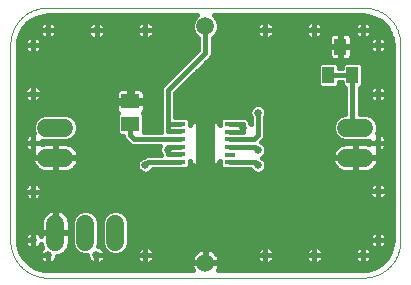
<source format=gtl>
G75*
%MOIN*%
%OFA0B0*%
%FSLAX25Y25*%
%IPPOS*%
%LPD*%
%AMOC8*
5,1,8,0,0,1.08239X$1,22.5*
%
%ADD10C,0.00394*%
%ADD11C,0.00400*%
%ADD12C,0.05906*%
%ADD13R,0.03543X0.01575*%
%ADD14R,0.06299X0.11417*%
%ADD15C,0.02362*%
%ADD16R,0.05906X0.05118*%
%ADD17C,0.06000*%
%ADD18R,0.03937X0.05512*%
%ADD19C,0.02559*%
%ADD20C,0.01600*%
%ADD21C,0.06300*%
D10*
X0014300Y0023933D02*
X0014001Y0023931D01*
X0013702Y0023936D01*
X0013403Y0023949D01*
X0013105Y0023969D01*
X0012807Y0023996D01*
X0012510Y0024030D01*
X0012214Y0024072D01*
X0011919Y0024121D01*
X0011625Y0024177D01*
X0011333Y0024240D01*
X0011042Y0024310D01*
X0010753Y0024388D01*
X0010466Y0024472D01*
X0010181Y0024563D01*
X0009899Y0024661D01*
X0009619Y0024766D01*
X0009342Y0024878D01*
X0009067Y0024997D01*
X0008796Y0025122D01*
X0008527Y0025254D01*
X0008262Y0025392D01*
X0008000Y0025537D01*
X0007742Y0025688D01*
X0007488Y0025845D01*
X0007237Y0026009D01*
X0006991Y0026178D01*
X0006749Y0026353D01*
X0006511Y0026535D01*
X0006278Y0026722D01*
X0006049Y0026914D01*
X0005825Y0027113D01*
X0005606Y0027316D01*
X0005392Y0027525D01*
X0005183Y0027739D01*
X0004980Y0027958D01*
X0004781Y0028182D01*
X0004589Y0028411D01*
X0004402Y0028644D01*
X0004220Y0028882D01*
X0004045Y0029124D01*
X0003876Y0029370D01*
X0003712Y0029621D01*
X0003555Y0029875D01*
X0003404Y0030133D01*
X0003259Y0030395D01*
X0003121Y0030660D01*
X0002989Y0030929D01*
X0002864Y0031200D01*
X0002745Y0031475D01*
X0002633Y0031752D01*
X0002528Y0032032D01*
X0002430Y0032314D01*
X0002339Y0032599D01*
X0002255Y0032886D01*
X0002177Y0033175D01*
X0002107Y0033466D01*
X0002044Y0033758D01*
X0001988Y0034052D01*
X0001939Y0034347D01*
X0001897Y0034643D01*
X0001863Y0034940D01*
X0001836Y0035238D01*
X0001816Y0035536D01*
X0001803Y0035835D01*
X0001798Y0036134D01*
X0001800Y0036433D01*
X0001800Y0101433D02*
X0001798Y0101732D01*
X0001803Y0102031D01*
X0001816Y0102330D01*
X0001836Y0102628D01*
X0001863Y0102926D01*
X0001897Y0103223D01*
X0001939Y0103519D01*
X0001988Y0103814D01*
X0002044Y0104108D01*
X0002107Y0104400D01*
X0002177Y0104691D01*
X0002255Y0104980D01*
X0002339Y0105267D01*
X0002430Y0105552D01*
X0002528Y0105834D01*
X0002633Y0106114D01*
X0002745Y0106391D01*
X0002864Y0106666D01*
X0002989Y0106937D01*
X0003121Y0107206D01*
X0003259Y0107471D01*
X0003404Y0107733D01*
X0003555Y0107991D01*
X0003712Y0108245D01*
X0003876Y0108496D01*
X0004045Y0108742D01*
X0004220Y0108984D01*
X0004402Y0109222D01*
X0004589Y0109455D01*
X0004781Y0109684D01*
X0004980Y0109908D01*
X0005183Y0110127D01*
X0005392Y0110341D01*
X0005606Y0110550D01*
X0005825Y0110753D01*
X0006049Y0110952D01*
X0006278Y0111144D01*
X0006511Y0111331D01*
X0006749Y0111513D01*
X0006991Y0111688D01*
X0007237Y0111857D01*
X0007488Y0112021D01*
X0007742Y0112178D01*
X0008000Y0112329D01*
X0008262Y0112474D01*
X0008527Y0112612D01*
X0008796Y0112744D01*
X0009067Y0112869D01*
X0009342Y0112988D01*
X0009619Y0113100D01*
X0009899Y0113205D01*
X0010181Y0113303D01*
X0010466Y0113394D01*
X0010753Y0113478D01*
X0011042Y0113556D01*
X0011333Y0113626D01*
X0011625Y0113689D01*
X0011919Y0113745D01*
X0012214Y0113794D01*
X0012510Y0113836D01*
X0012807Y0113870D01*
X0013105Y0113897D01*
X0013403Y0113917D01*
X0013702Y0113930D01*
X0014001Y0113935D01*
X0014300Y0113933D01*
X0119300Y0113933D02*
X0119599Y0113935D01*
X0119898Y0113930D01*
X0120197Y0113917D01*
X0120495Y0113897D01*
X0120793Y0113870D01*
X0121090Y0113836D01*
X0121386Y0113794D01*
X0121681Y0113745D01*
X0121975Y0113689D01*
X0122267Y0113626D01*
X0122558Y0113556D01*
X0122847Y0113478D01*
X0123134Y0113394D01*
X0123419Y0113303D01*
X0123701Y0113205D01*
X0123981Y0113100D01*
X0124258Y0112988D01*
X0124533Y0112869D01*
X0124804Y0112744D01*
X0125073Y0112612D01*
X0125338Y0112474D01*
X0125600Y0112329D01*
X0125858Y0112178D01*
X0126112Y0112021D01*
X0126363Y0111857D01*
X0126609Y0111688D01*
X0126851Y0111513D01*
X0127089Y0111331D01*
X0127322Y0111144D01*
X0127551Y0110952D01*
X0127775Y0110753D01*
X0127994Y0110550D01*
X0128208Y0110341D01*
X0128417Y0110127D01*
X0128620Y0109908D01*
X0128819Y0109684D01*
X0129011Y0109455D01*
X0129198Y0109222D01*
X0129380Y0108984D01*
X0129555Y0108742D01*
X0129724Y0108496D01*
X0129888Y0108245D01*
X0130045Y0107991D01*
X0130196Y0107733D01*
X0130341Y0107471D01*
X0130479Y0107206D01*
X0130611Y0106937D01*
X0130736Y0106666D01*
X0130855Y0106391D01*
X0130967Y0106114D01*
X0131072Y0105834D01*
X0131170Y0105552D01*
X0131261Y0105267D01*
X0131345Y0104980D01*
X0131423Y0104691D01*
X0131493Y0104400D01*
X0131556Y0104108D01*
X0131612Y0103814D01*
X0131661Y0103519D01*
X0131703Y0103223D01*
X0131737Y0102926D01*
X0131764Y0102628D01*
X0131784Y0102330D01*
X0131797Y0102031D01*
X0131802Y0101732D01*
X0131800Y0101433D01*
X0131800Y0036433D02*
X0131802Y0036134D01*
X0131797Y0035835D01*
X0131784Y0035536D01*
X0131764Y0035238D01*
X0131737Y0034940D01*
X0131703Y0034643D01*
X0131661Y0034347D01*
X0131612Y0034052D01*
X0131556Y0033758D01*
X0131493Y0033466D01*
X0131423Y0033175D01*
X0131345Y0032886D01*
X0131261Y0032599D01*
X0131170Y0032314D01*
X0131072Y0032032D01*
X0130967Y0031752D01*
X0130855Y0031475D01*
X0130736Y0031200D01*
X0130611Y0030929D01*
X0130479Y0030660D01*
X0130341Y0030395D01*
X0130196Y0030133D01*
X0130045Y0029875D01*
X0129888Y0029621D01*
X0129724Y0029370D01*
X0129555Y0029124D01*
X0129380Y0028882D01*
X0129198Y0028644D01*
X0129011Y0028411D01*
X0128819Y0028182D01*
X0128620Y0027958D01*
X0128417Y0027739D01*
X0128208Y0027525D01*
X0127994Y0027316D01*
X0127775Y0027113D01*
X0127551Y0026914D01*
X0127322Y0026722D01*
X0127089Y0026535D01*
X0126851Y0026353D01*
X0126609Y0026178D01*
X0126363Y0026009D01*
X0126112Y0025845D01*
X0125858Y0025688D01*
X0125600Y0025537D01*
X0125338Y0025392D01*
X0125073Y0025254D01*
X0124804Y0025122D01*
X0124533Y0024997D01*
X0124258Y0024878D01*
X0123981Y0024766D01*
X0123701Y0024661D01*
X0123419Y0024563D01*
X0123134Y0024472D01*
X0122847Y0024388D01*
X0122558Y0024310D01*
X0122267Y0024240D01*
X0121975Y0024177D01*
X0121681Y0024121D01*
X0121386Y0024072D01*
X0121090Y0024030D01*
X0120793Y0023996D01*
X0120495Y0023969D01*
X0120197Y0023949D01*
X0119898Y0023936D01*
X0119599Y0023931D01*
X0119300Y0023933D01*
D11*
X0014300Y0023933D01*
X0001800Y0036433D02*
X0001800Y0101433D01*
X0014300Y0113933D02*
X0119300Y0113933D01*
X0131800Y0101433D02*
X0131800Y0036433D01*
D12*
X0066800Y0028933D03*
X0066800Y0107673D03*
D13*
X0058335Y0075232D03*
X0058335Y0072673D03*
X0058335Y0070114D03*
X0058335Y0067555D03*
X0058335Y0064996D03*
X0058335Y0062437D03*
X0074871Y0062398D03*
X0074871Y0064957D03*
X0074871Y0067516D03*
X0074871Y0070075D03*
X0074871Y0072634D03*
X0074871Y0075193D03*
D14*
X0066603Y0068736D03*
D15*
X0066800Y0065980D03*
X0066800Y0071886D03*
D16*
X0041800Y0075193D03*
X0041800Y0082673D03*
D17*
X0019800Y0073933D02*
X0013800Y0073933D01*
X0013800Y0063933D02*
X0019800Y0063933D01*
X0016800Y0041933D02*
X0016800Y0035933D01*
X0026800Y0035933D02*
X0026800Y0041933D01*
X0036800Y0041933D02*
X0036800Y0035933D01*
X0113800Y0063933D02*
X0119800Y0063933D01*
X0119800Y0073933D02*
X0113800Y0073933D01*
D18*
X0115800Y0091465D03*
X0107800Y0091465D03*
X0111800Y0100965D03*
D19*
X0119300Y0106433D03*
X0124300Y0101433D03*
X0102922Y0106433D03*
X0086800Y0106433D03*
X0084300Y0078933D03*
X0079300Y0073933D03*
X0084300Y0066433D03*
X0084300Y0061433D03*
X0054300Y0066433D03*
X0046800Y0061433D03*
X0009300Y0068933D03*
X0009300Y0052614D03*
X0009300Y0036433D03*
X0014300Y0031433D03*
X0030481Y0031433D03*
X0046800Y0031433D03*
X0086800Y0031433D03*
X0103119Y0031433D03*
X0119300Y0031433D03*
X0124300Y0036433D03*
X0124300Y0052752D03*
X0124300Y0068933D03*
X0124300Y0085114D03*
X0046800Y0106433D03*
X0030540Y0106335D03*
X0014300Y0106433D03*
X0009300Y0101433D03*
X0009300Y0085252D03*
D20*
X0009300Y0085252D01*
X0009300Y0088331D01*
X0009603Y0088331D01*
X0010198Y0088213D01*
X0010759Y0087981D01*
X0011263Y0087644D01*
X0011692Y0087215D01*
X0012029Y0086711D01*
X0012261Y0086150D01*
X0012380Y0085555D01*
X0012380Y0085252D01*
X0009300Y0085252D01*
X0009300Y0088331D01*
X0008997Y0088331D01*
X0008402Y0088213D01*
X0007841Y0087981D01*
X0007337Y0087644D01*
X0006908Y0087215D01*
X0006571Y0086711D01*
X0006339Y0086150D01*
X0006220Y0085555D01*
X0006220Y0085252D01*
X0009300Y0085252D01*
X0009300Y0085252D01*
X0009300Y0085252D01*
X0012380Y0085252D01*
X0012380Y0084949D01*
X0012261Y0084354D01*
X0012029Y0083793D01*
X0011692Y0083289D01*
X0011263Y0082860D01*
X0010759Y0082523D01*
X0010198Y0082291D01*
X0009603Y0082172D01*
X0009300Y0082172D01*
X0009300Y0085252D01*
X0009300Y0085252D01*
X0006220Y0085252D01*
X0006220Y0084949D01*
X0006339Y0084354D01*
X0006571Y0083793D01*
X0006908Y0083289D01*
X0007337Y0082860D01*
X0007841Y0082523D01*
X0008402Y0082291D01*
X0008997Y0082172D01*
X0009300Y0082172D01*
X0009300Y0085252D01*
X0009300Y0084677D02*
X0009300Y0084677D01*
X0009300Y0086275D02*
X0009300Y0086275D01*
X0009300Y0087874D02*
X0009300Y0087874D01*
X0007680Y0087874D02*
X0004400Y0087874D01*
X0004400Y0086275D02*
X0006391Y0086275D01*
X0006275Y0084677D02*
X0004400Y0084677D01*
X0004400Y0083078D02*
X0007119Y0083078D01*
X0009300Y0083078D02*
X0009300Y0083078D01*
X0011481Y0083078D02*
X0041320Y0083078D01*
X0041320Y0083153D02*
X0041320Y0082194D01*
X0037047Y0082194D01*
X0037047Y0079877D01*
X0037170Y0079419D01*
X0037407Y0079009D01*
X0037633Y0078783D01*
X0037260Y0078409D01*
X0037260Y0071976D01*
X0038190Y0071046D01*
X0039413Y0071046D01*
X0039413Y0070444D01*
X0040731Y0069125D01*
X0042130Y0067727D01*
X0051733Y0067727D01*
X0051433Y0067003D01*
X0051433Y0065863D01*
X0051863Y0064824D01*
X0046815Y0064824D01*
X0046291Y0064300D01*
X0046230Y0064300D01*
X0045176Y0063864D01*
X0044370Y0063057D01*
X0043933Y0062003D01*
X0043933Y0060863D01*
X0044370Y0059809D01*
X0045176Y0059003D01*
X0046230Y0058566D01*
X0047370Y0058566D01*
X0048424Y0059003D01*
X0049230Y0059809D01*
X0049330Y0060050D01*
X0059324Y0060050D01*
X0059337Y0060062D01*
X0060765Y0060062D01*
X0061694Y0060992D01*
X0061694Y0062638D01*
X0061776Y0062333D01*
X0062013Y0061922D01*
X0062348Y0061587D01*
X0062759Y0061350D01*
X0063217Y0061228D01*
X0065828Y0061228D01*
X0065828Y0067961D01*
X0067378Y0067961D01*
X0067378Y0061228D01*
X0069990Y0061228D01*
X0070448Y0061350D01*
X0070858Y0061587D01*
X0071193Y0061922D01*
X0071430Y0062333D01*
X0071512Y0062638D01*
X0071512Y0060953D01*
X0072442Y0060023D01*
X0073869Y0060023D01*
X0073882Y0060010D01*
X0081786Y0060010D01*
X0081870Y0059809D01*
X0082676Y0059003D01*
X0083730Y0058566D01*
X0084870Y0058566D01*
X0085924Y0059003D01*
X0086730Y0059809D01*
X0087167Y0060863D01*
X0087167Y0062003D01*
X0086730Y0063057D01*
X0085924Y0063864D01*
X0085756Y0063933D01*
X0085924Y0064003D01*
X0086730Y0064809D01*
X0087167Y0065863D01*
X0087167Y0067003D01*
X0086730Y0068057D01*
X0085924Y0068864D01*
X0085346Y0069103D01*
X0086687Y0070444D01*
X0086687Y0077266D01*
X0086730Y0077309D01*
X0087167Y0078363D01*
X0087167Y0079503D01*
X0086730Y0080557D01*
X0085924Y0081364D01*
X0084870Y0081800D01*
X0083730Y0081800D01*
X0082676Y0081364D01*
X0081870Y0080557D01*
X0081433Y0079503D01*
X0081433Y0078363D01*
X0081870Y0077309D01*
X0081913Y0077266D01*
X0081913Y0075117D01*
X0081730Y0075557D01*
X0081687Y0075600D01*
X0081687Y0076182D01*
X0080289Y0077580D01*
X0073882Y0077580D01*
X0073869Y0077568D01*
X0072442Y0077568D01*
X0071512Y0076638D01*
X0071512Y0074835D01*
X0071430Y0075140D01*
X0071193Y0075550D01*
X0070858Y0075885D01*
X0070448Y0076122D01*
X0069990Y0076245D01*
X0067378Y0076245D01*
X0067378Y0069511D01*
X0065828Y0069511D01*
X0065828Y0076245D01*
X0063217Y0076245D01*
X0062759Y0076122D01*
X0062348Y0075885D01*
X0062013Y0075550D01*
X0061776Y0075140D01*
X0061694Y0074835D01*
X0061694Y0076677D01*
X0060765Y0077607D01*
X0059337Y0077607D01*
X0059324Y0077620D01*
X0056687Y0077620D01*
X0056687Y0085444D01*
X0069187Y0097944D01*
X0069187Y0103748D01*
X0069372Y0103824D01*
X0070649Y0105101D01*
X0071340Y0106770D01*
X0071340Y0108576D01*
X0070649Y0110245D01*
X0069561Y0111333D01*
X0118817Y0111333D01*
X0118832Y0111327D01*
X0119157Y0111333D01*
X0119424Y0111333D01*
X0120643Y0111274D01*
X0123149Y0110636D01*
X0125396Y0109358D01*
X0127225Y0107529D01*
X0128503Y0105282D01*
X0129141Y0102776D01*
X0129200Y0101557D01*
X0129200Y0101290D01*
X0129194Y0100965D01*
X0129200Y0100950D01*
X0129200Y0036916D01*
X0129194Y0036901D01*
X0129200Y0036576D01*
X0129200Y0036310D01*
X0129141Y0035090D01*
X0128503Y0032584D01*
X0127225Y0030337D01*
X0125396Y0028509D01*
X0123149Y0027230D01*
X0120643Y0026592D01*
X0119424Y0026533D01*
X0119157Y0026533D01*
X0118832Y0026539D01*
X0118817Y0026533D01*
X0070911Y0026533D01*
X0071205Y0027109D01*
X0071436Y0027820D01*
X0071553Y0028559D01*
X0071553Y0028749D01*
X0066984Y0028749D01*
X0066984Y0029117D01*
X0071553Y0029117D01*
X0071553Y0029307D01*
X0071436Y0030046D01*
X0071205Y0030757D01*
X0070865Y0031424D01*
X0070425Y0032029D01*
X0069896Y0032558D01*
X0069291Y0032998D01*
X0068624Y0033338D01*
X0067913Y0033569D01*
X0067174Y0033686D01*
X0066984Y0033686D01*
X0066984Y0029117D01*
X0066616Y0029117D01*
X0066616Y0028749D01*
X0062047Y0028749D01*
X0062047Y0028559D01*
X0062164Y0027820D01*
X0062395Y0027109D01*
X0062689Y0026533D01*
X0014783Y0026533D01*
X0014768Y0026539D01*
X0014443Y0026533D01*
X0014176Y0026533D01*
X0012957Y0026592D01*
X0010451Y0027230D01*
X0008204Y0028509D01*
X0006375Y0030337D01*
X0005097Y0032584D01*
X0004459Y0035090D01*
X0004400Y0036310D01*
X0004400Y0036576D01*
X0004406Y0036901D01*
X0004400Y0036916D01*
X0004400Y0100950D01*
X0004406Y0100965D01*
X0004400Y0101290D01*
X0004400Y0101557D01*
X0004459Y0102776D01*
X0005097Y0105282D01*
X0006375Y0107529D01*
X0008204Y0109358D01*
X0010451Y0110636D01*
X0012957Y0111274D01*
X0014176Y0111333D01*
X0014443Y0111333D01*
X0014768Y0111327D01*
X0014783Y0111333D01*
X0064039Y0111333D01*
X0062951Y0110245D01*
X0062260Y0108576D01*
X0062260Y0106770D01*
X0062951Y0105101D01*
X0064228Y0103824D01*
X0064413Y0103748D01*
X0064413Y0099922D01*
X0051913Y0087422D01*
X0051913Y0072502D01*
X0046340Y0072502D01*
X0046340Y0078409D01*
X0045967Y0078783D01*
X0046193Y0079009D01*
X0046430Y0079419D01*
X0046553Y0079877D01*
X0046553Y0082194D01*
X0042280Y0082194D01*
X0042280Y0083153D01*
X0046553Y0083153D01*
X0046553Y0085469D01*
X0046430Y0085927D01*
X0046193Y0086337D01*
X0045858Y0086673D01*
X0045448Y0086910D01*
X0044990Y0087032D01*
X0042280Y0087032D01*
X0042280Y0083153D01*
X0041320Y0083153D01*
X0037047Y0083153D01*
X0037047Y0085469D01*
X0037170Y0085927D01*
X0037407Y0086337D01*
X0037742Y0086673D01*
X0038152Y0086910D01*
X0038610Y0087032D01*
X0041320Y0087032D01*
X0041320Y0083153D01*
X0042280Y0083078D02*
X0051913Y0083078D01*
X0051913Y0081479D02*
X0046553Y0081479D01*
X0046553Y0079881D02*
X0051913Y0079881D01*
X0051913Y0078282D02*
X0046340Y0078282D01*
X0046340Y0076684D02*
X0051913Y0076684D01*
X0051913Y0075085D02*
X0046340Y0075085D01*
X0046340Y0073487D02*
X0051913Y0073487D01*
X0054300Y0072673D02*
X0054300Y0075232D01*
X0054300Y0086433D01*
X0066800Y0098933D01*
X0066800Y0107673D01*
X0062804Y0105457D02*
X0049729Y0105457D01*
X0049761Y0105535D02*
X0049880Y0106130D01*
X0049880Y0106433D01*
X0046800Y0106433D01*
X0046800Y0103354D01*
X0047103Y0103354D01*
X0047698Y0103472D01*
X0048259Y0103704D01*
X0048763Y0104041D01*
X0049192Y0104470D01*
X0049529Y0104974D01*
X0049761Y0105535D01*
X0049880Y0106433D02*
X0049880Y0106736D01*
X0049761Y0107331D01*
X0049529Y0107892D01*
X0049192Y0108396D01*
X0048763Y0108825D01*
X0048259Y0109162D01*
X0047698Y0109394D01*
X0047103Y0109513D01*
X0046800Y0109513D01*
X0046497Y0109513D01*
X0045902Y0109394D01*
X0045341Y0109162D01*
X0044837Y0108825D01*
X0044408Y0108396D01*
X0044071Y0107892D01*
X0043839Y0107331D01*
X0043720Y0106736D01*
X0043720Y0106433D01*
X0043720Y0106130D01*
X0043839Y0105535D01*
X0044071Y0104974D01*
X0044408Y0104470D01*
X0044837Y0104041D01*
X0045341Y0103704D01*
X0045902Y0103472D01*
X0046497Y0103354D01*
X0046800Y0103354D01*
X0046800Y0106433D01*
X0046800Y0106433D01*
X0046800Y0106433D01*
X0043720Y0106433D01*
X0046800Y0106433D01*
X0046800Y0106433D01*
X0049880Y0106433D01*
X0049816Y0107056D02*
X0062260Y0107056D01*
X0062292Y0108654D02*
X0048934Y0108654D01*
X0046800Y0108654D02*
X0046800Y0108654D01*
X0046800Y0109513D02*
X0046800Y0106433D01*
X0046800Y0106433D01*
X0046800Y0109513D01*
X0044666Y0108654D02*
X0032576Y0108654D01*
X0032503Y0108727D02*
X0031999Y0109064D01*
X0031438Y0109296D01*
X0030843Y0109414D01*
X0030540Y0109414D01*
X0030237Y0109414D01*
X0029642Y0109296D01*
X0029081Y0109064D01*
X0028577Y0108727D01*
X0028148Y0108298D01*
X0027811Y0107793D01*
X0027579Y0107233D01*
X0027461Y0106638D01*
X0027461Y0106335D01*
X0030540Y0106335D01*
X0030540Y0109414D01*
X0030540Y0106335D01*
X0030540Y0106335D01*
X0030540Y0106335D01*
X0033620Y0106335D01*
X0033620Y0106638D01*
X0033501Y0107233D01*
X0033269Y0107793D01*
X0032932Y0108298D01*
X0032503Y0108727D01*
X0030540Y0108654D02*
X0030540Y0108654D01*
X0030540Y0107056D02*
X0030540Y0107056D01*
X0030540Y0106335D02*
X0030540Y0106335D01*
X0027461Y0106335D01*
X0027461Y0106031D01*
X0027579Y0105436D01*
X0027811Y0104876D01*
X0028148Y0104372D01*
X0028577Y0103943D01*
X0029081Y0103606D01*
X0029642Y0103373D01*
X0030237Y0103255D01*
X0030540Y0103255D01*
X0030540Y0106335D01*
X0030540Y0106335D01*
X0033620Y0106335D01*
X0033620Y0106031D01*
X0033501Y0105436D01*
X0033269Y0104876D01*
X0032932Y0104372D01*
X0032503Y0103943D01*
X0031999Y0103606D01*
X0031438Y0103373D01*
X0030843Y0103255D01*
X0030540Y0103255D01*
X0030540Y0106335D01*
X0030540Y0105457D02*
X0030540Y0105457D01*
X0030540Y0103859D02*
X0030540Y0103859D01*
X0028703Y0103859D02*
X0015990Y0103859D01*
X0015759Y0103704D02*
X0016263Y0104041D01*
X0016692Y0104470D01*
X0017029Y0104974D01*
X0017261Y0105535D01*
X0017380Y0106130D01*
X0017380Y0106433D01*
X0014300Y0106433D01*
X0014300Y0103354D01*
X0014603Y0103354D01*
X0015198Y0103472D01*
X0015759Y0103704D01*
X0014300Y0103859D02*
X0014300Y0103859D01*
X0014300Y0103354D02*
X0014300Y0106433D01*
X0014300Y0106433D01*
X0014300Y0106433D01*
X0011220Y0106433D01*
X0011220Y0106130D01*
X0011339Y0105535D01*
X0011571Y0104974D01*
X0011908Y0104470D01*
X0012337Y0104041D01*
X0012841Y0103704D01*
X0013402Y0103472D01*
X0013997Y0103354D01*
X0014300Y0103354D01*
X0012610Y0103859D02*
X0011213Y0103859D01*
X0011263Y0103825D02*
X0010759Y0104162D01*
X0010198Y0104394D01*
X0009603Y0104513D01*
X0009300Y0104513D01*
X0008997Y0104513D01*
X0008402Y0104394D01*
X0007841Y0104162D01*
X0007337Y0103825D01*
X0006908Y0103396D01*
X0006571Y0102892D01*
X0006339Y0102331D01*
X0006220Y0101736D01*
X0006220Y0101433D01*
X0006220Y0101130D01*
X0006339Y0100535D01*
X0006571Y0099974D01*
X0006908Y0099470D01*
X0007337Y0099041D01*
X0007841Y0098704D01*
X0008402Y0098472D01*
X0008997Y0098354D01*
X0009300Y0098354D01*
X0009603Y0098354D01*
X0010198Y0098472D01*
X0010759Y0098704D01*
X0011263Y0099041D01*
X0011692Y0099470D01*
X0012029Y0099974D01*
X0012261Y0100535D01*
X0012380Y0101130D01*
X0012380Y0101433D01*
X0009300Y0101433D01*
X0009300Y0098354D01*
X0009300Y0101433D01*
X0009300Y0101433D01*
X0009300Y0101433D01*
X0006220Y0101433D01*
X0009300Y0101433D01*
X0009300Y0101433D01*
X0012380Y0101433D01*
X0012380Y0101736D01*
X0012261Y0102331D01*
X0012029Y0102892D01*
X0011692Y0103396D01*
X0011263Y0103825D01*
X0012275Y0102260D02*
X0064413Y0102260D01*
X0064194Y0103859D02*
X0048490Y0103859D01*
X0046800Y0103859D02*
X0046800Y0103859D01*
X0045110Y0103859D02*
X0032378Y0103859D01*
X0033505Y0105457D02*
X0043871Y0105457D01*
X0043784Y0107056D02*
X0033537Y0107056D01*
X0028505Y0108654D02*
X0016434Y0108654D01*
X0016263Y0108825D02*
X0016692Y0108396D01*
X0017029Y0107892D01*
X0017261Y0107331D01*
X0017380Y0106736D01*
X0017380Y0106433D01*
X0014300Y0106433D01*
X0014300Y0106433D01*
X0011220Y0106433D01*
X0011220Y0106736D01*
X0011339Y0107331D01*
X0011571Y0107892D01*
X0011908Y0108396D01*
X0012337Y0108825D01*
X0012841Y0109162D01*
X0013402Y0109394D01*
X0013997Y0109513D01*
X0014300Y0109513D01*
X0014603Y0109513D01*
X0015198Y0109394D01*
X0015759Y0109162D01*
X0016263Y0108825D01*
X0014300Y0108654D02*
X0014300Y0108654D01*
X0014300Y0109513D02*
X0014300Y0106433D01*
X0014300Y0106433D01*
X0014300Y0109513D01*
X0012166Y0108654D02*
X0007500Y0108654D01*
X0006106Y0107056D02*
X0011284Y0107056D01*
X0011371Y0105457D02*
X0005196Y0105457D01*
X0004734Y0103859D02*
X0007387Y0103859D01*
X0009300Y0103859D02*
X0009300Y0103859D01*
X0009300Y0104513D02*
X0009300Y0101433D01*
X0009300Y0101433D01*
X0009300Y0104513D01*
X0009300Y0102260D02*
X0009300Y0102260D01*
X0009300Y0100662D02*
X0009300Y0100662D01*
X0009300Y0099063D02*
X0009300Y0099063D01*
X0011285Y0099063D02*
X0063554Y0099063D01*
X0064413Y0100662D02*
X0012286Y0100662D01*
X0007315Y0099063D02*
X0004400Y0099063D01*
X0004400Y0097465D02*
X0061955Y0097465D01*
X0060357Y0095866D02*
X0004400Y0095866D01*
X0004400Y0094268D02*
X0058758Y0094268D01*
X0057160Y0092669D02*
X0004400Y0092669D01*
X0004400Y0091071D02*
X0055561Y0091071D01*
X0053963Y0089472D02*
X0004400Y0089472D01*
X0010920Y0087874D02*
X0052364Y0087874D01*
X0051913Y0086275D02*
X0046229Y0086275D01*
X0046553Y0084677D02*
X0051913Y0084677D01*
X0056687Y0084677D02*
X0113413Y0084677D01*
X0113413Y0086275D02*
X0057518Y0086275D01*
X0059117Y0087874D02*
X0104422Y0087874D01*
X0104244Y0088051D02*
X0105174Y0087121D01*
X0110426Y0087121D01*
X0111356Y0088051D01*
X0111356Y0089077D01*
X0112244Y0089077D01*
X0112244Y0088051D01*
X0113174Y0087121D01*
X0113413Y0087121D01*
X0113413Y0078520D01*
X0112887Y0078520D01*
X0111201Y0077822D01*
X0109911Y0076532D01*
X0109213Y0074846D01*
X0109213Y0073021D01*
X0109911Y0071335D01*
X0111201Y0070044D01*
X0112887Y0069346D01*
X0120712Y0069346D01*
X0121290Y0069585D01*
X0121220Y0069236D01*
X0121220Y0068933D01*
X0121220Y0068630D01*
X0121244Y0068511D01*
X0120924Y0068615D01*
X0120178Y0068733D01*
X0117000Y0068733D01*
X0117000Y0064133D01*
X0124600Y0064133D01*
X0124600Y0064311D01*
X0124482Y0065057D01*
X0124248Y0065776D01*
X0124209Y0065854D01*
X0124300Y0065854D01*
X0124603Y0065854D01*
X0125198Y0065972D01*
X0125759Y0066204D01*
X0126263Y0066541D01*
X0126692Y0066970D01*
X0127029Y0067474D01*
X0127261Y0068035D01*
X0127380Y0068630D01*
X0127380Y0068933D01*
X0124300Y0068933D01*
X0124300Y0065854D01*
X0124300Y0068933D01*
X0124300Y0068933D01*
X0124300Y0068933D01*
X0121220Y0068933D01*
X0124300Y0068933D01*
X0124300Y0068933D01*
X0127380Y0068933D01*
X0127380Y0069236D01*
X0127261Y0069831D01*
X0127029Y0070392D01*
X0126692Y0070896D01*
X0126263Y0071325D01*
X0125759Y0071662D01*
X0125198Y0071894D01*
X0124603Y0072013D01*
X0124300Y0072013D01*
X0123997Y0072013D01*
X0123967Y0072007D01*
X0124387Y0073021D01*
X0124387Y0074846D01*
X0123689Y0076532D01*
X0122399Y0077822D01*
X0120712Y0078520D01*
X0118187Y0078520D01*
X0118187Y0087121D01*
X0118426Y0087121D01*
X0119356Y0088051D01*
X0119356Y0094878D01*
X0118426Y0095808D01*
X0113174Y0095808D01*
X0112244Y0094878D01*
X0112244Y0093852D01*
X0111356Y0093852D01*
X0111356Y0094878D01*
X0110426Y0095808D01*
X0105174Y0095808D01*
X0104244Y0094878D01*
X0104244Y0088051D01*
X0104244Y0089472D02*
X0060715Y0089472D01*
X0062314Y0091071D02*
X0104244Y0091071D01*
X0104244Y0092669D02*
X0063912Y0092669D01*
X0065511Y0094268D02*
X0104244Y0094268D01*
X0107800Y0091465D02*
X0115800Y0091465D01*
X0115800Y0074933D01*
X0116800Y0073933D01*
X0116600Y0068733D02*
X0113422Y0068733D01*
X0112676Y0068615D01*
X0111957Y0068381D01*
X0111284Y0068038D01*
X0110673Y0067594D01*
X0110139Y0067060D01*
X0109695Y0066449D01*
X0109352Y0065776D01*
X0109118Y0065057D01*
X0109000Y0064311D01*
X0109000Y0064133D01*
X0116600Y0064133D01*
X0116600Y0063733D01*
X0117000Y0063733D01*
X0117000Y0059133D01*
X0120178Y0059133D01*
X0120924Y0059251D01*
X0121643Y0059485D01*
X0122316Y0059828D01*
X0122927Y0060272D01*
X0123461Y0060806D01*
X0123905Y0061417D01*
X0124248Y0062091D01*
X0124482Y0062809D01*
X0124600Y0063555D01*
X0124600Y0063733D01*
X0117000Y0063733D01*
X0117000Y0064133D01*
X0116600Y0064133D01*
X0116600Y0068733D01*
X0116600Y0068691D02*
X0117000Y0068691D01*
X0117000Y0067093D02*
X0116600Y0067093D01*
X0116600Y0065494D02*
X0117000Y0065494D01*
X0117000Y0063896D02*
X0129200Y0063896D01*
X0129200Y0065494D02*
X0124340Y0065494D01*
X0124300Y0067093D02*
X0124300Y0067093D01*
X0126774Y0067093D02*
X0129200Y0067093D01*
X0129200Y0068691D02*
X0127380Y0068691D01*
X0127071Y0070290D02*
X0129200Y0070290D01*
X0129200Y0071888D02*
X0125212Y0071888D01*
X0124300Y0071888D02*
X0124300Y0071888D01*
X0124300Y0072013D02*
X0124300Y0068933D01*
X0124300Y0068933D01*
X0124300Y0072013D01*
X0124387Y0073487D02*
X0129200Y0073487D01*
X0129200Y0075085D02*
X0124288Y0075085D01*
X0123537Y0076684D02*
X0129200Y0076684D01*
X0129200Y0078282D02*
X0121287Y0078282D01*
X0118187Y0079881D02*
X0129200Y0079881D01*
X0129200Y0081479D02*
X0118187Y0081479D01*
X0118187Y0083078D02*
X0121981Y0083078D01*
X0121908Y0083151D02*
X0122337Y0082722D01*
X0122841Y0082385D01*
X0123402Y0082153D01*
X0123997Y0082035D01*
X0124300Y0082035D01*
X0124603Y0082035D01*
X0125198Y0082153D01*
X0125759Y0082385D01*
X0126263Y0082722D01*
X0126692Y0083151D01*
X0127029Y0083655D01*
X0127261Y0084216D01*
X0127380Y0084811D01*
X0127380Y0085114D01*
X0124300Y0085114D01*
X0124300Y0082035D01*
X0124300Y0085114D01*
X0124300Y0085114D01*
X0124300Y0085114D01*
X0121220Y0085114D01*
X0121220Y0084811D01*
X0121339Y0084216D01*
X0121571Y0083655D01*
X0121908Y0083151D01*
X0121247Y0084677D02*
X0118187Y0084677D01*
X0118187Y0086275D02*
X0121448Y0086275D01*
X0121339Y0086012D02*
X0121220Y0085417D01*
X0121220Y0085114D01*
X0124300Y0085114D01*
X0124300Y0085114D01*
X0127380Y0085114D01*
X0127380Y0085417D01*
X0127261Y0086012D01*
X0127029Y0086573D01*
X0126692Y0087077D01*
X0126263Y0087506D01*
X0125759Y0087843D01*
X0125198Y0088075D01*
X0124603Y0088194D01*
X0124300Y0088194D01*
X0123997Y0088194D01*
X0123402Y0088075D01*
X0122841Y0087843D01*
X0122337Y0087506D01*
X0121908Y0087077D01*
X0121571Y0086573D01*
X0121339Y0086012D01*
X0122914Y0087874D02*
X0119178Y0087874D01*
X0119356Y0089472D02*
X0129200Y0089472D01*
X0129200Y0091071D02*
X0119356Y0091071D01*
X0119356Y0092669D02*
X0129200Y0092669D01*
X0129200Y0094268D02*
X0119356Y0094268D01*
X0115209Y0097103D02*
X0115446Y0097514D01*
X0115568Y0097972D01*
X0115568Y0100780D01*
X0111984Y0100780D01*
X0111984Y0096409D01*
X0114005Y0096409D01*
X0114463Y0096531D01*
X0114874Y0096768D01*
X0115209Y0097103D01*
X0115417Y0097465D02*
X0129200Y0097465D01*
X0129200Y0099063D02*
X0126285Y0099063D01*
X0126263Y0099041D02*
X0126692Y0099470D01*
X0127029Y0099974D01*
X0127261Y0100535D01*
X0127380Y0101130D01*
X0127380Y0101433D01*
X0124300Y0101433D01*
X0124300Y0098354D01*
X0124603Y0098354D01*
X0125198Y0098472D01*
X0125759Y0098704D01*
X0126263Y0099041D01*
X0127286Y0100662D02*
X0129200Y0100662D01*
X0127380Y0101433D02*
X0127380Y0101736D01*
X0127261Y0102331D01*
X0127029Y0102892D01*
X0126692Y0103396D01*
X0126263Y0103825D01*
X0125759Y0104162D01*
X0125198Y0104394D01*
X0124603Y0104513D01*
X0124300Y0104513D01*
X0123997Y0104513D01*
X0123402Y0104394D01*
X0122841Y0104162D01*
X0122337Y0103825D01*
X0121908Y0103396D01*
X0121571Y0102892D01*
X0121339Y0102331D01*
X0121220Y0101736D01*
X0121220Y0101433D01*
X0121220Y0101130D01*
X0121339Y0100535D01*
X0121571Y0099974D01*
X0121908Y0099470D01*
X0122337Y0099041D01*
X0122841Y0098704D01*
X0123402Y0098472D01*
X0123997Y0098354D01*
X0124300Y0098354D01*
X0124300Y0101433D01*
X0124300Y0101433D01*
X0124300Y0101433D01*
X0121220Y0101433D01*
X0124300Y0101433D01*
X0124300Y0101433D01*
X0127380Y0101433D01*
X0127275Y0102260D02*
X0129166Y0102260D01*
X0128866Y0103859D02*
X0126213Y0103859D01*
X0124300Y0103859D02*
X0124300Y0103859D01*
X0124300Y0104513D02*
X0124300Y0101433D01*
X0124300Y0101433D01*
X0124300Y0104513D01*
X0122387Y0103859D02*
X0120990Y0103859D01*
X0120759Y0103704D02*
X0121263Y0104041D01*
X0121692Y0104470D01*
X0122029Y0104974D01*
X0122261Y0105535D01*
X0122380Y0106130D01*
X0122380Y0106433D01*
X0119300Y0106433D01*
X0119300Y0103354D01*
X0119603Y0103354D01*
X0120198Y0103472D01*
X0120759Y0103704D01*
X0119300Y0103859D02*
X0119300Y0103859D01*
X0119300Y0103354D02*
X0119300Y0106433D01*
X0119300Y0106433D01*
X0119300Y0106433D01*
X0116220Y0106433D01*
X0116220Y0106130D01*
X0116339Y0105535D01*
X0116571Y0104974D01*
X0116908Y0104470D01*
X0117337Y0104041D01*
X0117841Y0103704D01*
X0118402Y0103472D01*
X0118997Y0103354D01*
X0119300Y0103354D01*
X0117610Y0103859D02*
X0115568Y0103859D01*
X0115568Y0103957D02*
X0115446Y0104415D01*
X0115209Y0104826D01*
X0114874Y0105161D01*
X0114463Y0105398D01*
X0114005Y0105520D01*
X0111984Y0105520D01*
X0111984Y0101149D01*
X0111616Y0101149D01*
X0111616Y0105520D01*
X0109595Y0105520D01*
X0109137Y0105398D01*
X0108726Y0105161D01*
X0108391Y0104826D01*
X0108154Y0104415D01*
X0108031Y0103957D01*
X0108031Y0101149D01*
X0111616Y0101149D01*
X0111616Y0100780D01*
X0111984Y0100780D01*
X0111984Y0101149D01*
X0115568Y0101149D01*
X0115568Y0103957D01*
X0115568Y0102260D02*
X0121325Y0102260D01*
X0121314Y0100662D02*
X0115568Y0100662D01*
X0115568Y0099063D02*
X0122315Y0099063D01*
X0124300Y0099063D02*
X0124300Y0099063D01*
X0124300Y0100662D02*
X0124300Y0100662D01*
X0124300Y0102260D02*
X0124300Y0102260D01*
X0122229Y0105457D02*
X0128404Y0105457D01*
X0127494Y0107056D02*
X0122316Y0107056D01*
X0122261Y0107331D02*
X0122029Y0107892D01*
X0121692Y0108396D01*
X0121263Y0108825D01*
X0120759Y0109162D01*
X0120198Y0109394D01*
X0119603Y0109513D01*
X0119300Y0109513D01*
X0118997Y0109513D01*
X0118402Y0109394D01*
X0117841Y0109162D01*
X0117337Y0108825D01*
X0116908Y0108396D01*
X0116571Y0107892D01*
X0116339Y0107331D01*
X0116220Y0106736D01*
X0116220Y0106433D01*
X0119300Y0106433D01*
X0119300Y0106433D01*
X0122380Y0106433D01*
X0122380Y0106736D01*
X0122261Y0107331D01*
X0121434Y0108654D02*
X0126100Y0108654D01*
X0123823Y0110253D02*
X0070641Y0110253D01*
X0071308Y0108654D02*
X0084666Y0108654D01*
X0084837Y0108825D02*
X0084408Y0108396D01*
X0084071Y0107892D01*
X0083839Y0107331D01*
X0083720Y0106736D01*
X0083720Y0106433D01*
X0083720Y0106130D01*
X0083839Y0105535D01*
X0084071Y0104974D01*
X0084408Y0104470D01*
X0084837Y0104041D01*
X0085341Y0103704D01*
X0085902Y0103472D01*
X0086497Y0103354D01*
X0086800Y0103354D01*
X0087103Y0103354D01*
X0087698Y0103472D01*
X0088259Y0103704D01*
X0088763Y0104041D01*
X0089192Y0104470D01*
X0089529Y0104974D01*
X0089761Y0105535D01*
X0089880Y0106130D01*
X0089880Y0106433D01*
X0086800Y0106433D01*
X0086800Y0103354D01*
X0086800Y0106433D01*
X0086800Y0106433D01*
X0086800Y0106433D01*
X0083720Y0106433D01*
X0086800Y0106433D01*
X0086800Y0106433D01*
X0089880Y0106433D01*
X0089880Y0106736D01*
X0089761Y0107331D01*
X0089529Y0107892D01*
X0089192Y0108396D01*
X0088763Y0108825D01*
X0088259Y0109162D01*
X0087698Y0109394D01*
X0087103Y0109513D01*
X0086800Y0109513D01*
X0086497Y0109513D01*
X0085902Y0109394D01*
X0085341Y0109162D01*
X0084837Y0108825D01*
X0086800Y0108654D02*
X0086800Y0108654D01*
X0086800Y0109513D02*
X0086800Y0106433D01*
X0086800Y0106433D01*
X0086800Y0109513D01*
X0088934Y0108654D02*
X0100788Y0108654D01*
X0100959Y0108825D02*
X0100530Y0108396D01*
X0100193Y0107892D01*
X0099961Y0107331D01*
X0099843Y0106736D01*
X0099843Y0106433D01*
X0099843Y0106130D01*
X0099961Y0105535D01*
X0100193Y0104974D01*
X0100530Y0104470D01*
X0100959Y0104041D01*
X0101463Y0103704D01*
X0102024Y0103472D01*
X0102619Y0103354D01*
X0102922Y0103354D01*
X0103225Y0103354D01*
X0103820Y0103472D01*
X0104381Y0103704D01*
X0104885Y0104041D01*
X0105314Y0104470D01*
X0105651Y0104974D01*
X0105883Y0105535D01*
X0106002Y0106130D01*
X0106002Y0106433D01*
X0102922Y0106433D01*
X0102922Y0106433D01*
X0102922Y0103354D01*
X0102922Y0106433D01*
X0099843Y0106433D01*
X0102922Y0106433D01*
X0102922Y0106433D01*
X0102922Y0106433D01*
X0102922Y0109513D01*
X0103225Y0109513D01*
X0103820Y0109394D01*
X0104381Y0109162D01*
X0104885Y0108825D01*
X0105314Y0108396D01*
X0105651Y0107892D01*
X0105883Y0107331D01*
X0106002Y0106736D01*
X0106002Y0106433D01*
X0102922Y0106433D01*
X0102922Y0106433D01*
X0102922Y0109513D01*
X0102619Y0109513D01*
X0102024Y0109394D01*
X0101463Y0109162D01*
X0100959Y0108825D01*
X0102922Y0108654D02*
X0102922Y0108654D01*
X0102922Y0107056D02*
X0102922Y0107056D01*
X0102922Y0105457D02*
X0102922Y0105457D01*
X0105851Y0105457D02*
X0109358Y0105457D01*
X0108031Y0103859D02*
X0104612Y0103859D01*
X0102922Y0103859D02*
X0102922Y0103859D01*
X0101232Y0103859D02*
X0088490Y0103859D01*
X0086800Y0103859D02*
X0086800Y0103859D01*
X0085110Y0103859D02*
X0069406Y0103859D01*
X0069187Y0102260D02*
X0108031Y0102260D01*
X0108031Y0100780D02*
X0108031Y0097972D01*
X0108154Y0097514D01*
X0108391Y0097103D01*
X0108726Y0096768D01*
X0109137Y0096531D01*
X0109595Y0096409D01*
X0111616Y0096409D01*
X0111616Y0100780D01*
X0108031Y0100780D01*
X0108031Y0100662D02*
X0069187Y0100662D01*
X0069187Y0099063D02*
X0108031Y0099063D01*
X0108183Y0097465D02*
X0068708Y0097465D01*
X0067109Y0095866D02*
X0129200Y0095866D01*
X0124300Y0088194D02*
X0124300Y0085114D01*
X0124300Y0088194D01*
X0124300Y0087874D02*
X0124300Y0087874D01*
X0125686Y0087874D02*
X0129200Y0087874D01*
X0129200Y0086275D02*
X0127152Y0086275D01*
X0127353Y0084677D02*
X0129200Y0084677D01*
X0129200Y0083078D02*
X0126619Y0083078D01*
X0124300Y0083078D02*
X0124300Y0083078D01*
X0124300Y0084677D02*
X0124300Y0084677D01*
X0124300Y0085114D02*
X0124300Y0085114D01*
X0124300Y0086275D02*
X0124300Y0086275D01*
X0113413Y0083078D02*
X0056687Y0083078D01*
X0056687Y0081479D02*
X0082956Y0081479D01*
X0081589Y0079881D02*
X0056687Y0079881D01*
X0056687Y0078282D02*
X0081466Y0078282D01*
X0081185Y0076684D02*
X0081913Y0076684D01*
X0079300Y0075193D02*
X0079300Y0073933D01*
X0079300Y0072634D01*
X0074871Y0072634D01*
X0074871Y0075193D02*
X0079300Y0075193D01*
X0084300Y0078933D02*
X0084300Y0071433D01*
X0082942Y0070075D01*
X0074871Y0070075D01*
X0074871Y0067516D02*
X0083217Y0067516D01*
X0084300Y0066433D01*
X0087014Y0065494D02*
X0109260Y0065494D01*
X0109000Y0063733D02*
X0109000Y0063555D01*
X0109118Y0062809D01*
X0109352Y0062091D01*
X0109695Y0061417D01*
X0110139Y0060806D01*
X0110673Y0060272D01*
X0111284Y0059828D01*
X0111957Y0059485D01*
X0112676Y0059251D01*
X0113422Y0059133D01*
X0116600Y0059133D01*
X0116600Y0063733D01*
X0109000Y0063733D01*
X0109284Y0062297D02*
X0087045Y0062297D01*
X0087099Y0060699D02*
X0110246Y0060699D01*
X0116600Y0060699D02*
X0117000Y0060699D01*
X0117000Y0062297D02*
X0116600Y0062297D01*
X0116600Y0063896D02*
X0085846Y0063896D01*
X0084300Y0061433D02*
X0083335Y0062398D01*
X0074871Y0062398D01*
X0071512Y0062297D02*
X0071410Y0062297D01*
X0071766Y0060699D02*
X0061401Y0060699D01*
X0061694Y0062297D02*
X0061797Y0062297D01*
X0058335Y0062437D02*
X0047804Y0062437D01*
X0046800Y0061433D01*
X0044055Y0062297D02*
X0024316Y0062297D01*
X0024248Y0062091D02*
X0024482Y0062809D01*
X0024600Y0063555D01*
X0024600Y0063733D01*
X0017000Y0063733D01*
X0017000Y0059133D01*
X0020178Y0059133D01*
X0020924Y0059251D01*
X0021643Y0059485D01*
X0022316Y0059828D01*
X0022927Y0060272D01*
X0023461Y0060806D01*
X0023905Y0061417D01*
X0024248Y0062091D01*
X0023354Y0060699D02*
X0044001Y0060699D01*
X0045078Y0059100D02*
X0004400Y0059100D01*
X0004400Y0060699D02*
X0010246Y0060699D01*
X0010139Y0060806D02*
X0010673Y0060272D01*
X0011284Y0059828D01*
X0011957Y0059485D01*
X0012676Y0059251D01*
X0013422Y0059133D01*
X0016600Y0059133D01*
X0016600Y0063733D01*
X0017000Y0063733D01*
X0017000Y0064133D01*
X0024600Y0064133D01*
X0024600Y0064311D01*
X0024482Y0065057D01*
X0024248Y0065776D01*
X0023905Y0066449D01*
X0023461Y0067060D01*
X0022927Y0067594D01*
X0022316Y0068038D01*
X0021643Y0068381D01*
X0020924Y0068615D01*
X0020178Y0068733D01*
X0017000Y0068733D01*
X0017000Y0064133D01*
X0016600Y0064133D01*
X0016600Y0063733D01*
X0009000Y0063733D01*
X0009000Y0063555D01*
X0009118Y0062809D01*
X0009352Y0062091D01*
X0009695Y0061417D01*
X0010139Y0060806D01*
X0009284Y0062297D02*
X0004400Y0062297D01*
X0004400Y0063896D02*
X0016600Y0063896D01*
X0016600Y0064133D02*
X0009000Y0064133D01*
X0009000Y0064311D01*
X0009118Y0065057D01*
X0009352Y0065776D01*
X0009391Y0065854D01*
X0009300Y0065854D01*
X0009300Y0068933D01*
X0009300Y0068933D01*
X0009300Y0065854D01*
X0008997Y0065854D01*
X0008402Y0065972D01*
X0007841Y0066204D01*
X0007337Y0066541D01*
X0006908Y0066970D01*
X0006571Y0067474D01*
X0006339Y0068035D01*
X0006220Y0068630D01*
X0006220Y0068933D01*
X0009300Y0068933D01*
X0009300Y0068933D01*
X0012380Y0068933D01*
X0012380Y0068630D01*
X0012356Y0068511D01*
X0012676Y0068615D01*
X0013422Y0068733D01*
X0016600Y0068733D01*
X0016600Y0064133D01*
X0017000Y0063896D02*
X0045254Y0063896D01*
X0048522Y0059100D02*
X0082578Y0059100D01*
X0086022Y0059100D02*
X0129200Y0059100D01*
X0129200Y0060699D02*
X0123354Y0060699D01*
X0124316Y0062297D02*
X0129200Y0062297D01*
X0129200Y0057502D02*
X0004400Y0057502D01*
X0004400Y0055903D02*
X0129200Y0055903D01*
X0129200Y0054305D02*
X0126966Y0054305D01*
X0127029Y0054211D02*
X0126692Y0054715D01*
X0126263Y0055144D01*
X0125759Y0055481D01*
X0125198Y0055713D01*
X0124603Y0055831D01*
X0124300Y0055831D01*
X0123997Y0055831D01*
X0123402Y0055713D01*
X0122841Y0055481D01*
X0122337Y0055144D01*
X0121908Y0054715D01*
X0121571Y0054211D01*
X0121339Y0053650D01*
X0121220Y0053055D01*
X0121220Y0052752D01*
X0124300Y0052752D01*
X0124300Y0052752D01*
X0124300Y0055831D01*
X0124300Y0052752D01*
X0127380Y0052752D01*
X0127380Y0053055D01*
X0127261Y0053650D01*
X0127029Y0054211D01*
X0127380Y0052752D02*
X0124300Y0052752D01*
X0124300Y0052752D01*
X0124300Y0052752D01*
X0124300Y0049672D01*
X0124603Y0049672D01*
X0125198Y0049791D01*
X0125759Y0050023D01*
X0126263Y0050360D01*
X0126692Y0050789D01*
X0127029Y0051293D01*
X0127261Y0051854D01*
X0127380Y0052449D01*
X0127380Y0052752D01*
X0127380Y0052706D02*
X0129200Y0052706D01*
X0129200Y0051108D02*
X0126905Y0051108D01*
X0124300Y0051108D02*
X0124300Y0051108D01*
X0124300Y0049672D02*
X0124300Y0052752D01*
X0124300Y0052752D01*
X0121220Y0052752D01*
X0121220Y0052449D01*
X0121339Y0051854D01*
X0121571Y0051293D01*
X0121908Y0050789D01*
X0122337Y0050360D01*
X0122841Y0050023D01*
X0123402Y0049791D01*
X0123997Y0049672D01*
X0124300Y0049672D01*
X0121695Y0051108D02*
X0011997Y0051108D01*
X0012029Y0051155D02*
X0012261Y0051716D01*
X0012380Y0052311D01*
X0012380Y0052614D01*
X0009300Y0052614D01*
X0009300Y0049535D01*
X0009603Y0049535D01*
X0010198Y0049653D01*
X0010759Y0049885D01*
X0011263Y0050222D01*
X0011692Y0050651D01*
X0012029Y0051155D01*
X0012380Y0052614D02*
X0012380Y0052917D01*
X0012261Y0053512D01*
X0012029Y0054073D01*
X0011692Y0054577D01*
X0011263Y0055006D01*
X0010759Y0055343D01*
X0010198Y0055575D01*
X0009603Y0055694D01*
X0009300Y0055694D01*
X0008997Y0055694D01*
X0008402Y0055575D01*
X0007841Y0055343D01*
X0007337Y0055006D01*
X0006908Y0054577D01*
X0006571Y0054073D01*
X0006339Y0053512D01*
X0006220Y0052917D01*
X0006220Y0052614D01*
X0006220Y0052311D01*
X0006339Y0051716D01*
X0006571Y0051155D01*
X0006908Y0050651D01*
X0007337Y0050222D01*
X0007841Y0049885D01*
X0008402Y0049653D01*
X0008997Y0049535D01*
X0009300Y0049535D01*
X0009300Y0052614D01*
X0009300Y0052614D01*
X0009300Y0052614D01*
X0006220Y0052614D01*
X0009300Y0052614D01*
X0009300Y0052614D01*
X0012380Y0052614D01*
X0012380Y0052706D02*
X0121220Y0052706D01*
X0121634Y0054305D02*
X0011874Y0054305D01*
X0009300Y0054305D02*
X0009300Y0054305D01*
X0009300Y0055694D02*
X0009300Y0052614D01*
X0009300Y0052614D01*
X0009300Y0055694D01*
X0006726Y0054305D02*
X0004400Y0054305D01*
X0004400Y0052706D02*
X0006220Y0052706D01*
X0006603Y0051108D02*
X0004400Y0051108D01*
X0004400Y0049509D02*
X0129200Y0049509D01*
X0129200Y0047911D02*
X0004400Y0047911D01*
X0004400Y0046312D02*
X0014822Y0046312D01*
X0014957Y0046381D02*
X0014284Y0046038D01*
X0013673Y0045594D01*
X0013139Y0045060D01*
X0012695Y0044449D01*
X0012352Y0043776D01*
X0012118Y0043057D01*
X0012000Y0042311D01*
X0012000Y0039133D01*
X0016600Y0039133D01*
X0016600Y0038733D01*
X0012000Y0038733D01*
X0012000Y0037935D01*
X0011692Y0038396D01*
X0011263Y0038825D01*
X0010759Y0039162D01*
X0010198Y0039394D01*
X0009603Y0039513D01*
X0009300Y0039513D01*
X0008997Y0039513D01*
X0008402Y0039394D01*
X0007841Y0039162D01*
X0007337Y0038825D01*
X0006908Y0038396D01*
X0006571Y0037892D01*
X0006339Y0037331D01*
X0006220Y0036736D01*
X0006220Y0036433D01*
X0006220Y0036130D01*
X0006339Y0035535D01*
X0006571Y0034974D01*
X0006908Y0034470D01*
X0007337Y0034041D01*
X0007841Y0033704D01*
X0008402Y0033472D01*
X0008997Y0033354D01*
X0009300Y0033354D01*
X0009603Y0033354D01*
X0010198Y0033472D01*
X0010759Y0033704D01*
X0011263Y0034041D01*
X0011692Y0034470D01*
X0012029Y0034974D01*
X0012075Y0035084D01*
X0012118Y0034809D01*
X0012352Y0034091D01*
X0012449Y0033900D01*
X0012337Y0033825D01*
X0011908Y0033396D01*
X0011571Y0032892D01*
X0011339Y0032331D01*
X0011220Y0031736D01*
X0011220Y0031433D01*
X0011220Y0031130D01*
X0011339Y0030535D01*
X0011571Y0029974D01*
X0011908Y0029470D01*
X0012337Y0029041D01*
X0012841Y0028704D01*
X0013402Y0028472D01*
X0013997Y0028354D01*
X0014300Y0028354D01*
X0014603Y0028354D01*
X0015198Y0028472D01*
X0015759Y0028704D01*
X0016263Y0029041D01*
X0016692Y0029470D01*
X0017029Y0029974D01*
X0017261Y0030535D01*
X0017380Y0031130D01*
X0017380Y0031165D01*
X0017924Y0031251D01*
X0018643Y0031485D01*
X0019316Y0031828D01*
X0019927Y0032272D01*
X0020461Y0032806D01*
X0020905Y0033417D01*
X0021248Y0034091D01*
X0021482Y0034809D01*
X0021600Y0035555D01*
X0021600Y0038733D01*
X0017000Y0038733D01*
X0017000Y0039133D01*
X0021600Y0039133D01*
X0021600Y0042311D01*
X0021482Y0043057D01*
X0021248Y0043776D01*
X0020905Y0044449D01*
X0020461Y0045060D01*
X0019927Y0045594D01*
X0019316Y0046038D01*
X0018643Y0046381D01*
X0017924Y0046615D01*
X0017178Y0046733D01*
X0017000Y0046733D01*
X0017000Y0039133D01*
X0016600Y0039133D01*
X0016600Y0046733D01*
X0016422Y0046733D01*
X0015676Y0046615D01*
X0014957Y0046381D01*
X0016600Y0046312D02*
X0017000Y0046312D01*
X0018778Y0046312D02*
X0025385Y0046312D01*
X0025887Y0046520D02*
X0024201Y0045822D01*
X0022911Y0044532D01*
X0022213Y0042846D01*
X0022213Y0035021D01*
X0022911Y0033335D01*
X0024201Y0032044D01*
X0025887Y0031346D01*
X0027402Y0031346D01*
X0027402Y0031130D01*
X0027520Y0030535D01*
X0027752Y0029974D01*
X0028089Y0029470D01*
X0028518Y0029041D01*
X0029022Y0028704D01*
X0029583Y0028472D01*
X0030178Y0028354D01*
X0030481Y0028354D01*
X0030481Y0031433D01*
X0030481Y0031433D01*
X0030481Y0028354D01*
X0030784Y0028354D01*
X0031379Y0028472D01*
X0031940Y0028704D01*
X0032444Y0029041D01*
X0032873Y0029470D01*
X0033210Y0029974D01*
X0033442Y0030535D01*
X0033561Y0031130D01*
X0033561Y0031433D01*
X0030481Y0031433D01*
X0030481Y0031433D01*
X0033561Y0031433D01*
X0033561Y0031736D01*
X0033442Y0032331D01*
X0033210Y0032892D01*
X0032921Y0033325D01*
X0034201Y0032044D01*
X0035888Y0031346D01*
X0037712Y0031346D01*
X0039399Y0032044D01*
X0040689Y0033335D01*
X0041387Y0035021D01*
X0041387Y0042846D01*
X0040689Y0044532D01*
X0039399Y0045822D01*
X0037712Y0046520D01*
X0035888Y0046520D01*
X0034201Y0045822D01*
X0032911Y0044532D01*
X0032213Y0042846D01*
X0032213Y0035021D01*
X0032906Y0033348D01*
X0032873Y0033396D01*
X0032444Y0033825D01*
X0031940Y0034162D01*
X0031379Y0034394D01*
X0031147Y0034440D01*
X0031387Y0035021D01*
X0031387Y0042846D01*
X0030689Y0044532D01*
X0029399Y0045822D01*
X0027712Y0046520D01*
X0025887Y0046520D01*
X0028215Y0046312D02*
X0035385Y0046312D01*
X0033093Y0044714D02*
X0030507Y0044714D01*
X0031276Y0043115D02*
X0032324Y0043115D01*
X0032213Y0041517D02*
X0031387Y0041517D01*
X0031387Y0039918D02*
X0032213Y0039918D01*
X0032213Y0038320D02*
X0031387Y0038320D01*
X0031387Y0036721D02*
X0032213Y0036721D01*
X0032213Y0035123D02*
X0031387Y0035123D01*
X0032745Y0033524D02*
X0032832Y0033524D01*
X0033523Y0031926D02*
X0034487Y0031926D01*
X0033356Y0030327D02*
X0043925Y0030327D01*
X0043839Y0030535D02*
X0044071Y0029974D01*
X0044408Y0029470D01*
X0044837Y0029041D01*
X0045341Y0028704D01*
X0045902Y0028472D01*
X0046497Y0028354D01*
X0046800Y0028354D01*
X0047103Y0028354D01*
X0047698Y0028472D01*
X0048259Y0028704D01*
X0048763Y0029041D01*
X0049192Y0029470D01*
X0049529Y0029974D01*
X0049761Y0030535D01*
X0049880Y0031130D01*
X0049880Y0031433D01*
X0046800Y0031433D01*
X0046800Y0028354D01*
X0046800Y0031433D01*
X0046800Y0031433D01*
X0046800Y0031433D01*
X0043720Y0031433D01*
X0043720Y0031130D01*
X0043839Y0030535D01*
X0043720Y0031433D02*
X0046800Y0031433D01*
X0046800Y0031433D01*
X0049880Y0031433D01*
X0049880Y0031736D01*
X0049761Y0032331D01*
X0049529Y0032892D01*
X0049192Y0033396D01*
X0048763Y0033825D01*
X0048259Y0034162D01*
X0047698Y0034394D01*
X0047103Y0034513D01*
X0046800Y0034513D01*
X0046497Y0034513D01*
X0045902Y0034394D01*
X0045341Y0034162D01*
X0044837Y0033825D01*
X0044408Y0033396D01*
X0044071Y0032892D01*
X0043839Y0032331D01*
X0043720Y0031736D01*
X0043720Y0031433D01*
X0043758Y0031926D02*
X0039113Y0031926D01*
X0040768Y0033524D02*
X0044536Y0033524D01*
X0046800Y0033524D02*
X0046800Y0033524D01*
X0046800Y0034513D02*
X0046800Y0031433D01*
X0046800Y0031433D01*
X0046800Y0034513D01*
X0049064Y0033524D02*
X0065550Y0033524D01*
X0065687Y0033569D02*
X0064976Y0033338D01*
X0064309Y0032998D01*
X0063704Y0032558D01*
X0063175Y0032029D01*
X0062735Y0031424D01*
X0062395Y0030757D01*
X0062164Y0030046D01*
X0062047Y0029307D01*
X0062047Y0029117D01*
X0066616Y0029117D01*
X0066616Y0033686D01*
X0066426Y0033686D01*
X0065687Y0033569D01*
X0066616Y0033524D02*
X0066984Y0033524D01*
X0068050Y0033524D02*
X0084536Y0033524D01*
X0084408Y0033396D02*
X0084071Y0032892D01*
X0083839Y0032331D01*
X0083720Y0031736D01*
X0083720Y0031433D01*
X0083720Y0031130D01*
X0083839Y0030535D01*
X0084071Y0029974D01*
X0084408Y0029470D01*
X0084837Y0029041D01*
X0085341Y0028704D01*
X0085902Y0028472D01*
X0086497Y0028354D01*
X0086800Y0028354D01*
X0087103Y0028354D01*
X0087698Y0028472D01*
X0088259Y0028704D01*
X0088763Y0029041D01*
X0089192Y0029470D01*
X0089529Y0029974D01*
X0089761Y0030535D01*
X0089880Y0031130D01*
X0089880Y0031433D01*
X0086800Y0031433D01*
X0086800Y0028354D01*
X0086800Y0031433D01*
X0086800Y0031433D01*
X0086800Y0031433D01*
X0083720Y0031433D01*
X0086800Y0031433D01*
X0086800Y0031433D01*
X0089880Y0031433D01*
X0089880Y0031736D01*
X0089761Y0032331D01*
X0089529Y0032892D01*
X0089192Y0033396D01*
X0088763Y0033825D01*
X0088259Y0034162D01*
X0087698Y0034394D01*
X0087103Y0034513D01*
X0086800Y0034513D01*
X0086497Y0034513D01*
X0085902Y0034394D01*
X0085341Y0034162D01*
X0084837Y0033825D01*
X0084408Y0033396D01*
X0083758Y0031926D02*
X0070501Y0031926D01*
X0071344Y0030327D02*
X0083925Y0030327D01*
X0085304Y0028729D02*
X0071553Y0028729D01*
X0071212Y0027130D02*
X0122757Y0027130D01*
X0120795Y0028729D02*
X0125616Y0028729D01*
X0127215Y0030327D02*
X0122175Y0030327D01*
X0122261Y0030535D02*
X0122380Y0031130D01*
X0122380Y0031433D01*
X0119300Y0031433D01*
X0119300Y0028354D01*
X0119603Y0028354D01*
X0120198Y0028472D01*
X0120759Y0028704D01*
X0121263Y0029041D01*
X0121692Y0029470D01*
X0122029Y0029974D01*
X0122261Y0030535D01*
X0122380Y0031433D02*
X0119300Y0031433D01*
X0119300Y0031433D01*
X0119300Y0028354D01*
X0118997Y0028354D01*
X0118402Y0028472D01*
X0117841Y0028704D01*
X0117337Y0029041D01*
X0116908Y0029470D01*
X0116571Y0029974D01*
X0116339Y0030535D01*
X0116220Y0031130D01*
X0116220Y0031433D01*
X0119300Y0031433D01*
X0119300Y0031433D01*
X0119300Y0031433D01*
X0116220Y0031433D01*
X0116220Y0031736D01*
X0116339Y0032331D01*
X0116571Y0032892D01*
X0116908Y0033396D01*
X0117337Y0033825D01*
X0117841Y0034162D01*
X0118402Y0034394D01*
X0118997Y0034513D01*
X0119300Y0034513D01*
X0119603Y0034513D01*
X0120198Y0034394D01*
X0120759Y0034162D01*
X0121263Y0033825D01*
X0121692Y0033396D01*
X0122029Y0032892D01*
X0122261Y0032331D01*
X0122380Y0031736D01*
X0122380Y0031433D01*
X0122342Y0031926D02*
X0128129Y0031926D01*
X0128743Y0033524D02*
X0125324Y0033524D01*
X0125198Y0033472D02*
X0125759Y0033704D01*
X0126263Y0034041D01*
X0126692Y0034470D01*
X0127029Y0034974D01*
X0127261Y0035535D01*
X0127380Y0036130D01*
X0127380Y0036433D01*
X0124300Y0036433D01*
X0124300Y0033354D01*
X0124603Y0033354D01*
X0125198Y0033472D01*
X0124300Y0033524D02*
X0124300Y0033524D01*
X0124300Y0033354D02*
X0124300Y0036433D01*
X0124300Y0036433D01*
X0124300Y0036433D01*
X0121220Y0036433D01*
X0121220Y0036130D01*
X0121339Y0035535D01*
X0121571Y0034974D01*
X0121908Y0034470D01*
X0122337Y0034041D01*
X0122841Y0033704D01*
X0123402Y0033472D01*
X0123997Y0033354D01*
X0124300Y0033354D01*
X0123276Y0033524D02*
X0121564Y0033524D01*
X0119300Y0033524D02*
X0119300Y0033524D01*
X0119300Y0034513D02*
X0119300Y0031433D01*
X0119300Y0031433D01*
X0119300Y0034513D01*
X0121510Y0035123D02*
X0041387Y0035123D01*
X0041387Y0036721D02*
X0121220Y0036721D01*
X0121220Y0036736D02*
X0121220Y0036433D01*
X0124300Y0036433D01*
X0124300Y0036433D01*
X0127380Y0036433D01*
X0127380Y0036736D01*
X0127261Y0037331D01*
X0127029Y0037892D01*
X0126692Y0038396D01*
X0126263Y0038825D01*
X0125759Y0039162D01*
X0125198Y0039394D01*
X0124603Y0039513D01*
X0124300Y0039513D01*
X0123997Y0039513D01*
X0123402Y0039394D01*
X0122841Y0039162D01*
X0122337Y0038825D01*
X0121908Y0038396D01*
X0121571Y0037892D01*
X0121339Y0037331D01*
X0121220Y0036736D01*
X0121857Y0038320D02*
X0041387Y0038320D01*
X0041387Y0039918D02*
X0129200Y0039918D01*
X0129200Y0038320D02*
X0126743Y0038320D01*
X0124300Y0038320D02*
X0124300Y0038320D01*
X0124300Y0039513D02*
X0124300Y0036433D01*
X0124300Y0036433D01*
X0124300Y0039513D01*
X0124300Y0036721D02*
X0124300Y0036721D01*
X0124300Y0035123D02*
X0124300Y0035123D01*
X0127090Y0035123D02*
X0129143Y0035123D01*
X0129197Y0036721D02*
X0127380Y0036721D01*
X0129200Y0041517D02*
X0041387Y0041517D01*
X0041276Y0043115D02*
X0129200Y0043115D01*
X0129200Y0044714D02*
X0040507Y0044714D01*
X0038215Y0046312D02*
X0129200Y0046312D01*
X0124300Y0052706D02*
X0124300Y0052706D01*
X0124300Y0054305D02*
X0124300Y0054305D01*
X0110172Y0067093D02*
X0087130Y0067093D01*
X0086096Y0068691D02*
X0113159Y0068691D01*
X0110956Y0070290D02*
X0086533Y0070290D01*
X0086687Y0071888D02*
X0109682Y0071888D01*
X0109213Y0073487D02*
X0086687Y0073487D01*
X0086687Y0075085D02*
X0109312Y0075085D01*
X0110063Y0076684D02*
X0086687Y0076684D01*
X0087134Y0078282D02*
X0112313Y0078282D01*
X0113413Y0079881D02*
X0087011Y0079881D01*
X0085644Y0081479D02*
X0113413Y0081479D01*
X0112422Y0087874D02*
X0111178Y0087874D01*
X0111356Y0094268D02*
X0112244Y0094268D01*
X0111984Y0097465D02*
X0111616Y0097465D01*
X0111616Y0099063D02*
X0111984Y0099063D01*
X0111984Y0100662D02*
X0111616Y0100662D01*
X0111616Y0102260D02*
X0111984Y0102260D01*
X0111984Y0103859D02*
X0111616Y0103859D01*
X0111616Y0105457D02*
X0111984Y0105457D01*
X0114242Y0105457D02*
X0116371Y0105457D01*
X0116284Y0107056D02*
X0105938Y0107056D01*
X0105056Y0108654D02*
X0117166Y0108654D01*
X0119300Y0108654D02*
X0119300Y0108654D01*
X0119300Y0109513D02*
X0119300Y0106433D01*
X0119300Y0106433D01*
X0119300Y0109513D01*
X0119300Y0107056D02*
X0119300Y0107056D01*
X0119300Y0105457D02*
X0119300Y0105457D01*
X0099993Y0105457D02*
X0089729Y0105457D01*
X0089816Y0107056D02*
X0099906Y0107056D01*
X0086800Y0107056D02*
X0086800Y0107056D01*
X0086800Y0105457D02*
X0086800Y0105457D01*
X0083871Y0105457D02*
X0070796Y0105457D01*
X0071340Y0107056D02*
X0083784Y0107056D01*
X0062959Y0110253D02*
X0009777Y0110253D01*
X0014300Y0107056D02*
X0014300Y0107056D01*
X0014300Y0105457D02*
X0014300Y0105457D01*
X0017229Y0105457D02*
X0027575Y0105457D01*
X0027544Y0107056D02*
X0017316Y0107056D01*
X0006325Y0102260D02*
X0004434Y0102260D01*
X0004400Y0100662D02*
X0006314Y0100662D01*
X0012209Y0086275D02*
X0037371Y0086275D01*
X0037047Y0084677D02*
X0012325Y0084677D01*
X0004400Y0081479D02*
X0037047Y0081479D01*
X0037047Y0079881D02*
X0004400Y0079881D01*
X0004400Y0078282D02*
X0012313Y0078282D01*
X0012887Y0078520D02*
X0011201Y0077822D01*
X0009911Y0076532D01*
X0009213Y0074846D01*
X0009213Y0073021D01*
X0009633Y0072007D01*
X0009603Y0072013D01*
X0009300Y0072013D01*
X0008997Y0072013D01*
X0008402Y0071894D01*
X0007841Y0071662D01*
X0007337Y0071325D01*
X0006908Y0070896D01*
X0006571Y0070392D01*
X0006339Y0069831D01*
X0006220Y0069236D01*
X0006220Y0068933D01*
X0009300Y0068933D01*
X0009300Y0068933D01*
X0012380Y0068933D01*
X0012380Y0069236D01*
X0012310Y0069585D01*
X0012887Y0069346D01*
X0020712Y0069346D01*
X0022399Y0070044D01*
X0023689Y0071335D01*
X0024387Y0073021D01*
X0024387Y0074846D01*
X0023689Y0076532D01*
X0022399Y0077822D01*
X0020712Y0078520D01*
X0012887Y0078520D01*
X0010063Y0076684D02*
X0004400Y0076684D01*
X0004400Y0075085D02*
X0009312Y0075085D01*
X0009213Y0073487D02*
X0004400Y0073487D01*
X0004400Y0071888D02*
X0008388Y0071888D01*
X0009300Y0071888D02*
X0009300Y0071888D01*
X0009300Y0072013D02*
X0009300Y0068933D01*
X0009300Y0068933D01*
X0009300Y0072013D01*
X0009300Y0070290D02*
X0009300Y0070290D01*
X0009300Y0068691D02*
X0009300Y0068691D01*
X0009300Y0067093D02*
X0009300Y0067093D01*
X0009260Y0065494D02*
X0004400Y0065494D01*
X0004400Y0067093D02*
X0006826Y0067093D01*
X0006220Y0068691D02*
X0004400Y0068691D01*
X0004400Y0070290D02*
X0006529Y0070290D01*
X0012380Y0068691D02*
X0013159Y0068691D01*
X0016600Y0068691D02*
X0017000Y0068691D01*
X0017000Y0067093D02*
X0016600Y0067093D01*
X0016600Y0065494D02*
X0017000Y0065494D01*
X0017000Y0062297D02*
X0016600Y0062297D01*
X0016600Y0060699D02*
X0017000Y0060699D01*
X0024340Y0065494D02*
X0051586Y0065494D01*
X0051470Y0067093D02*
X0023428Y0067093D01*
X0020441Y0068691D02*
X0041165Y0068691D01*
X0039567Y0070290D02*
X0022644Y0070290D01*
X0023918Y0071888D02*
X0037348Y0071888D01*
X0037260Y0073487D02*
X0024387Y0073487D01*
X0024288Y0075085D02*
X0037260Y0075085D01*
X0037260Y0076684D02*
X0023537Y0076684D01*
X0021287Y0078282D02*
X0037260Y0078282D01*
X0041800Y0075193D02*
X0041800Y0071433D01*
X0043119Y0070114D01*
X0058335Y0070114D01*
X0058335Y0067555D02*
X0054300Y0067555D01*
X0054300Y0066433D01*
X0054300Y0064996D01*
X0058335Y0064996D01*
X0065828Y0065494D02*
X0067378Y0065494D01*
X0067378Y0063896D02*
X0065828Y0063896D01*
X0065828Y0062297D02*
X0067378Y0062297D01*
X0067378Y0067093D02*
X0065828Y0067093D01*
X0065828Y0070290D02*
X0067378Y0070290D01*
X0067378Y0071888D02*
X0065828Y0071888D01*
X0065828Y0073487D02*
X0067378Y0073487D01*
X0067378Y0075085D02*
X0065828Y0075085D01*
X0061762Y0075085D02*
X0061694Y0075085D01*
X0061688Y0076684D02*
X0071558Y0076684D01*
X0071512Y0075085D02*
X0071445Y0075085D01*
X0058335Y0075232D02*
X0054300Y0075232D01*
X0054300Y0072673D02*
X0058335Y0072673D01*
X0042280Y0084677D02*
X0041320Y0084677D01*
X0041320Y0086275D02*
X0042280Y0086275D01*
X0046800Y0105457D02*
X0046800Y0105457D01*
X0046800Y0107056D02*
X0046800Y0107056D01*
X0066603Y0056630D02*
X0066800Y0056433D01*
X0086800Y0034513D02*
X0086800Y0031433D01*
X0086800Y0031433D01*
X0086800Y0034513D01*
X0086800Y0033524D02*
X0086800Y0033524D01*
X0086800Y0031926D02*
X0086800Y0031926D01*
X0086800Y0030327D02*
X0086800Y0030327D01*
X0089675Y0030327D02*
X0100244Y0030327D01*
X0100158Y0030535D02*
X0100390Y0029974D01*
X0100727Y0029470D01*
X0101156Y0029041D01*
X0101660Y0028704D01*
X0102221Y0028472D01*
X0102816Y0028354D01*
X0103119Y0028354D01*
X0103422Y0028354D01*
X0104017Y0028472D01*
X0104578Y0028704D01*
X0105082Y0029041D01*
X0105511Y0029470D01*
X0105848Y0029974D01*
X0106080Y0030535D01*
X0106198Y0031130D01*
X0106198Y0031433D01*
X0103119Y0031433D01*
X0103119Y0031433D01*
X0103119Y0028354D01*
X0103119Y0031433D01*
X0103119Y0031433D01*
X0106198Y0031433D01*
X0106198Y0031736D01*
X0106080Y0032331D01*
X0105848Y0032892D01*
X0105511Y0033396D01*
X0105082Y0033825D01*
X0104578Y0034162D01*
X0104017Y0034394D01*
X0103422Y0034513D01*
X0103119Y0034513D01*
X0103119Y0031433D01*
X0103119Y0031433D01*
X0100039Y0031433D01*
X0100039Y0031130D01*
X0100158Y0030535D01*
X0100039Y0031433D02*
X0103119Y0031433D01*
X0103119Y0031433D01*
X0103119Y0034513D01*
X0102816Y0034513D01*
X0102221Y0034394D01*
X0101660Y0034162D01*
X0101156Y0033825D01*
X0100727Y0033396D01*
X0100390Y0032892D01*
X0100158Y0032331D01*
X0100039Y0031736D01*
X0100039Y0031433D01*
X0100077Y0031926D02*
X0089842Y0031926D01*
X0089064Y0033524D02*
X0100855Y0033524D01*
X0103119Y0033524D02*
X0103119Y0033524D01*
X0103119Y0031926D02*
X0103119Y0031926D01*
X0103119Y0030327D02*
X0103119Y0030327D01*
X0105994Y0030327D02*
X0116425Y0030327D01*
X0116258Y0031926D02*
X0106161Y0031926D01*
X0105383Y0033524D02*
X0117036Y0033524D01*
X0119300Y0031926D02*
X0119300Y0031926D01*
X0119300Y0030327D02*
X0119300Y0030327D01*
X0119300Y0028729D02*
X0119300Y0028729D01*
X0117804Y0028729D02*
X0104614Y0028729D01*
X0103119Y0028729D02*
X0103119Y0028729D01*
X0101623Y0028729D02*
X0088295Y0028729D01*
X0086800Y0028729D02*
X0086800Y0028729D01*
X0066984Y0030327D02*
X0066616Y0030327D01*
X0066616Y0031926D02*
X0066984Y0031926D01*
X0063099Y0031926D02*
X0049842Y0031926D01*
X0049675Y0030327D02*
X0062256Y0030327D01*
X0062047Y0028729D02*
X0048295Y0028729D01*
X0046800Y0028729D02*
X0046800Y0028729D01*
X0045304Y0028729D02*
X0031977Y0028729D01*
X0030481Y0028729D02*
X0030481Y0028729D01*
X0028986Y0028729D02*
X0015795Y0028729D01*
X0014300Y0028729D02*
X0014300Y0028729D01*
X0014300Y0028354D02*
X0014300Y0031433D01*
X0014300Y0031433D01*
X0014300Y0028354D01*
X0012804Y0028729D02*
X0007984Y0028729D01*
X0006385Y0030327D02*
X0011425Y0030327D01*
X0011220Y0031433D02*
X0014300Y0031433D01*
X0014300Y0031433D01*
X0011220Y0031433D01*
X0011258Y0031926D02*
X0005471Y0031926D01*
X0004857Y0033524D02*
X0008276Y0033524D01*
X0009300Y0033524D02*
X0009300Y0033524D01*
X0009300Y0033354D02*
X0009300Y0036433D01*
X0009300Y0036433D01*
X0009300Y0033354D01*
X0010324Y0033524D02*
X0012036Y0033524D01*
X0009300Y0035123D02*
X0009300Y0035123D01*
X0009300Y0036433D02*
X0006220Y0036433D01*
X0009300Y0036433D01*
X0009300Y0036433D01*
X0009300Y0036433D01*
X0009300Y0039513D01*
X0009300Y0036433D01*
X0009300Y0036721D02*
X0009300Y0036721D01*
X0009300Y0038320D02*
X0009300Y0038320D01*
X0006857Y0038320D02*
X0004400Y0038320D01*
X0004400Y0039918D02*
X0012000Y0039918D01*
X0012000Y0038320D02*
X0011743Y0038320D01*
X0012000Y0041517D02*
X0004400Y0041517D01*
X0004400Y0043115D02*
X0012137Y0043115D01*
X0012887Y0044714D02*
X0004400Y0044714D01*
X0009300Y0051108D02*
X0009300Y0051108D01*
X0009300Y0052706D02*
X0009300Y0052706D01*
X0016600Y0044714D02*
X0017000Y0044714D01*
X0017000Y0043115D02*
X0016600Y0043115D01*
X0016600Y0041517D02*
X0017000Y0041517D01*
X0017000Y0039918D02*
X0016600Y0039918D01*
X0021600Y0039918D02*
X0022213Y0039918D01*
X0022213Y0038320D02*
X0021600Y0038320D01*
X0021600Y0036721D02*
X0022213Y0036721D01*
X0022213Y0035123D02*
X0021531Y0035123D01*
X0020960Y0033524D02*
X0022832Y0033524D01*
X0024487Y0031926D02*
X0019450Y0031926D01*
X0017175Y0030327D02*
X0027606Y0030327D01*
X0030481Y0030327D02*
X0030481Y0030327D01*
X0022213Y0041517D02*
X0021600Y0041517D01*
X0021463Y0043115D02*
X0022324Y0043115D01*
X0023093Y0044714D02*
X0020713Y0044714D01*
X0006220Y0036721D02*
X0004403Y0036721D01*
X0004457Y0035123D02*
X0006510Y0035123D01*
X0014300Y0030327D02*
X0014300Y0030327D01*
X0010843Y0027130D02*
X0062388Y0027130D01*
X0046800Y0030327D02*
X0046800Y0030327D01*
X0046800Y0031926D02*
X0046800Y0031926D01*
X0120441Y0068691D02*
X0121220Y0068691D01*
X0124300Y0068691D02*
X0124300Y0068691D01*
X0124300Y0070290D02*
X0124300Y0070290D01*
D21*
X0066800Y0068933D02*
X0066800Y0078933D01*
X0066800Y0068933D02*
X0066603Y0068736D01*
X0066603Y0056630D01*
M02*

</source>
